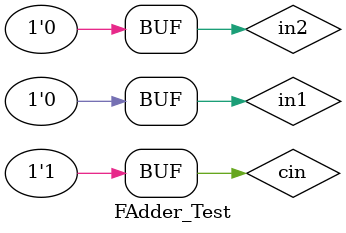
<source format=v>
module FAdder_Test;

wire sum, cout;
reg in1, in2, cin;

FAdder f1(.a(in1), .b(in2), .cin(cin), .sum(sum), .cout(cout));

initial
begin
 in1 = 1;
 in2 = 0;
 cin = 0;
#10 in1 = 0;
    in2 = 1;
#10 in1 = 1;
#10 cin = 1;
#10 in1 = 0;
    in2 = 0;
#10;
end

endmodule

</source>
